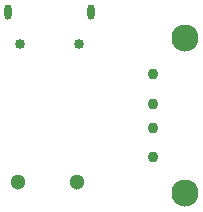
<source format=gbr>
%TF.GenerationSoftware,Altium Limited,Altium Designer,24.2.2 (26)*%
G04 Layer_Color=0*
%FSLAX45Y45*%
%MOMM*%
%TF.SameCoordinates,ED05C265-6832-4B09-BD0A-DE9E8D978F3E*%
%TF.FilePolarity,Positive*%
%TF.FileFunction,Plated,1,2,PTH,Drill*%
%TF.Part,Single*%
G01*
G75*
%TA.AperFunction,ComponentDrill*%
%ADD34C,0.92000*%
%ADD35C,2.30000*%
%ADD36C,0.85000*%
%ADD37O,0.60000X1.30000*%
%ADD38C,1.30000*%
D34*
X5491000Y3350000D02*
D03*
Y3150000D02*
D03*
Y3600000D02*
D03*
Y2900000D02*
D03*
D35*
X5762000Y2593000D02*
D03*
Y3907000D02*
D03*
D36*
X4370000Y3855000D02*
D03*
X4870000D02*
D03*
D37*
X4270000Y4125000D02*
D03*
X4970000D02*
D03*
D38*
X4350000Y2684998D02*
D03*
X4849999D02*
D03*
%TF.MD5,c3c72b3679bc36f791c1dce0b2d07d7f*%
M02*

</source>
